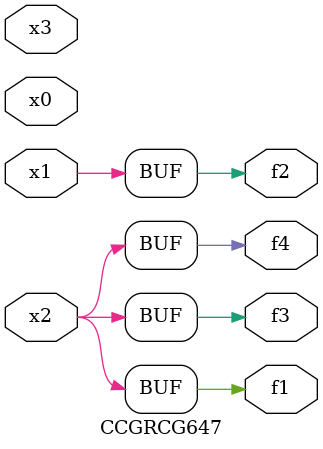
<source format=v>
module CCGRCG647(
	input x0, x1, x2, x3,
	output f1, f2, f3, f4
);
	assign f1 = x2;
	assign f2 = x1;
	assign f3 = x2;
	assign f4 = x2;
endmodule

</source>
